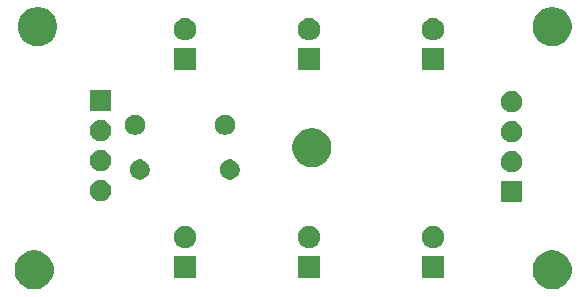
<source format=gbr>
G04 #@! TF.GenerationSoftware,KiCad,Pcbnew,(5.1.5-0-10_14)*
G04 #@! TF.CreationDate,2020-06-22T06:00:13+10:00*
G04 #@! TF.ProjectId,LED_Downlight,4c45445f-446f-4776-9e6c-696768742e6b,rev?*
G04 #@! TF.SameCoordinates,Original*
G04 #@! TF.FileFunction,Soldermask,Bot*
G04 #@! TF.FilePolarity,Negative*
%FSLAX46Y46*%
G04 Gerber Fmt 4.6, Leading zero omitted, Abs format (unit mm)*
G04 Created by KiCad (PCBNEW (5.1.5-0-10_14)) date 2020-06-22 06:00:13*
%MOMM*%
%LPD*%
G04 APERTURE LIST*
%ADD10C,0.100000*%
G04 APERTURE END LIST*
D10*
G36*
X214635256Y-68511298D02*
G01*
X214741579Y-68532447D01*
X215042042Y-68656903D01*
X215312451Y-68837585D01*
X215542415Y-69067549D01*
X215542416Y-69067551D01*
X215723098Y-69337960D01*
X215847553Y-69638422D01*
X215911000Y-69957389D01*
X215911000Y-70282611D01*
X215847553Y-70601578D01*
X215748382Y-70841000D01*
X215723097Y-70902042D01*
X215542415Y-71172451D01*
X215312451Y-71402415D01*
X215042042Y-71583097D01*
X214741579Y-71707553D01*
X214635256Y-71728702D01*
X214422611Y-71771000D01*
X214097389Y-71771000D01*
X213884744Y-71728702D01*
X213778421Y-71707553D01*
X213477958Y-71583097D01*
X213207549Y-71402415D01*
X212977585Y-71172451D01*
X212796903Y-70902042D01*
X212771619Y-70841000D01*
X212672447Y-70601578D01*
X212609000Y-70282611D01*
X212609000Y-69957389D01*
X212672447Y-69638422D01*
X212796902Y-69337960D01*
X212977584Y-69067551D01*
X212977585Y-69067549D01*
X213207549Y-68837585D01*
X213477958Y-68656903D01*
X213778421Y-68532447D01*
X213884744Y-68511298D01*
X214097389Y-68469000D01*
X214422611Y-68469000D01*
X214635256Y-68511298D01*
G37*
G36*
X170765256Y-68511298D02*
G01*
X170871579Y-68532447D01*
X171172042Y-68656903D01*
X171442451Y-68837585D01*
X171672415Y-69067549D01*
X171672416Y-69067551D01*
X171853098Y-69337960D01*
X171977553Y-69638422D01*
X172041000Y-69957389D01*
X172041000Y-70282611D01*
X171977553Y-70601578D01*
X171878382Y-70841000D01*
X171853097Y-70902042D01*
X171672415Y-71172451D01*
X171442451Y-71402415D01*
X171172042Y-71583097D01*
X170871579Y-71707553D01*
X170765256Y-71728702D01*
X170552611Y-71771000D01*
X170227389Y-71771000D01*
X170014744Y-71728702D01*
X169908421Y-71707553D01*
X169607958Y-71583097D01*
X169337549Y-71402415D01*
X169107585Y-71172451D01*
X168926903Y-70902042D01*
X168901619Y-70841000D01*
X168802447Y-70601578D01*
X168739000Y-70282611D01*
X168739000Y-69957389D01*
X168802447Y-69638422D01*
X168926902Y-69337960D01*
X169107584Y-69067551D01*
X169107585Y-69067549D01*
X169337549Y-68837585D01*
X169607958Y-68656903D01*
X169908421Y-68532447D01*
X170014744Y-68511298D01*
X170227389Y-68469000D01*
X170552611Y-68469000D01*
X170765256Y-68511298D01*
G37*
G36*
X184121000Y-70841000D02*
G01*
X182219000Y-70841000D01*
X182219000Y-68939000D01*
X184121000Y-68939000D01*
X184121000Y-70841000D01*
G37*
G36*
X205131000Y-70841000D02*
G01*
X203229000Y-70841000D01*
X203229000Y-68939000D01*
X205131000Y-68939000D01*
X205131000Y-70841000D01*
G37*
G36*
X194626000Y-70841000D02*
G01*
X192724000Y-70841000D01*
X192724000Y-68939000D01*
X194626000Y-68939000D01*
X194626000Y-70841000D01*
G37*
G36*
X204457395Y-66435546D02*
G01*
X204630466Y-66507234D01*
X204630467Y-66507235D01*
X204786227Y-66611310D01*
X204918690Y-66743773D01*
X204918691Y-66743775D01*
X205022766Y-66899534D01*
X205094454Y-67072605D01*
X205131000Y-67256333D01*
X205131000Y-67443667D01*
X205094454Y-67627395D01*
X205022766Y-67800466D01*
X205022765Y-67800467D01*
X204918690Y-67956227D01*
X204786227Y-68088690D01*
X204707818Y-68141081D01*
X204630466Y-68192766D01*
X204457395Y-68264454D01*
X204273667Y-68301000D01*
X204086333Y-68301000D01*
X203902605Y-68264454D01*
X203729534Y-68192766D01*
X203652182Y-68141081D01*
X203573773Y-68088690D01*
X203441310Y-67956227D01*
X203337235Y-67800467D01*
X203337234Y-67800466D01*
X203265546Y-67627395D01*
X203229000Y-67443667D01*
X203229000Y-67256333D01*
X203265546Y-67072605D01*
X203337234Y-66899534D01*
X203441309Y-66743775D01*
X203441310Y-66743773D01*
X203573773Y-66611310D01*
X203729533Y-66507235D01*
X203729534Y-66507234D01*
X203902605Y-66435546D01*
X204086333Y-66399000D01*
X204273667Y-66399000D01*
X204457395Y-66435546D01*
G37*
G36*
X183447395Y-66435546D02*
G01*
X183620466Y-66507234D01*
X183620467Y-66507235D01*
X183776227Y-66611310D01*
X183908690Y-66743773D01*
X183908691Y-66743775D01*
X184012766Y-66899534D01*
X184084454Y-67072605D01*
X184121000Y-67256333D01*
X184121000Y-67443667D01*
X184084454Y-67627395D01*
X184012766Y-67800466D01*
X184012765Y-67800467D01*
X183908690Y-67956227D01*
X183776227Y-68088690D01*
X183697818Y-68141081D01*
X183620466Y-68192766D01*
X183447395Y-68264454D01*
X183263667Y-68301000D01*
X183076333Y-68301000D01*
X182892605Y-68264454D01*
X182719534Y-68192766D01*
X182642182Y-68141081D01*
X182563773Y-68088690D01*
X182431310Y-67956227D01*
X182327235Y-67800467D01*
X182327234Y-67800466D01*
X182255546Y-67627395D01*
X182219000Y-67443667D01*
X182219000Y-67256333D01*
X182255546Y-67072605D01*
X182327234Y-66899534D01*
X182431309Y-66743775D01*
X182431310Y-66743773D01*
X182563773Y-66611310D01*
X182719533Y-66507235D01*
X182719534Y-66507234D01*
X182892605Y-66435546D01*
X183076333Y-66399000D01*
X183263667Y-66399000D01*
X183447395Y-66435546D01*
G37*
G36*
X193952395Y-66435546D02*
G01*
X194125466Y-66507234D01*
X194125467Y-66507235D01*
X194281227Y-66611310D01*
X194413690Y-66743773D01*
X194413691Y-66743775D01*
X194517766Y-66899534D01*
X194589454Y-67072605D01*
X194626000Y-67256333D01*
X194626000Y-67443667D01*
X194589454Y-67627395D01*
X194517766Y-67800466D01*
X194517765Y-67800467D01*
X194413690Y-67956227D01*
X194281227Y-68088690D01*
X194202818Y-68141081D01*
X194125466Y-68192766D01*
X193952395Y-68264454D01*
X193768667Y-68301000D01*
X193581333Y-68301000D01*
X193397605Y-68264454D01*
X193224534Y-68192766D01*
X193147182Y-68141081D01*
X193068773Y-68088690D01*
X192936310Y-67956227D01*
X192832235Y-67800467D01*
X192832234Y-67800466D01*
X192760546Y-67627395D01*
X192724000Y-67443667D01*
X192724000Y-67256333D01*
X192760546Y-67072605D01*
X192832234Y-66899534D01*
X192936309Y-66743775D01*
X192936310Y-66743773D01*
X193068773Y-66611310D01*
X193224533Y-66507235D01*
X193224534Y-66507234D01*
X193397605Y-66435546D01*
X193581333Y-66399000D01*
X193768667Y-66399000D01*
X193952395Y-66435546D01*
G37*
G36*
X211721000Y-64401000D02*
G01*
X209919000Y-64401000D01*
X209919000Y-62599000D01*
X211721000Y-62599000D01*
X211721000Y-64401000D01*
G37*
G36*
X176135512Y-62503927D02*
G01*
X176284812Y-62533624D01*
X176448784Y-62601544D01*
X176596354Y-62700147D01*
X176721853Y-62825646D01*
X176820456Y-62973216D01*
X176888376Y-63137188D01*
X176923000Y-63311259D01*
X176923000Y-63488741D01*
X176888376Y-63662812D01*
X176820456Y-63826784D01*
X176721853Y-63974354D01*
X176596354Y-64099853D01*
X176448784Y-64198456D01*
X176284812Y-64266376D01*
X176135512Y-64296073D01*
X176110742Y-64301000D01*
X175933258Y-64301000D01*
X175908488Y-64296073D01*
X175759188Y-64266376D01*
X175595216Y-64198456D01*
X175447646Y-64099853D01*
X175322147Y-63974354D01*
X175223544Y-63826784D01*
X175155624Y-63662812D01*
X175121000Y-63488741D01*
X175121000Y-63311259D01*
X175155624Y-63137188D01*
X175223544Y-62973216D01*
X175322147Y-62825646D01*
X175447646Y-62700147D01*
X175595216Y-62601544D01*
X175759188Y-62533624D01*
X175908488Y-62503927D01*
X175933258Y-62499000D01*
X176110742Y-62499000D01*
X176135512Y-62503927D01*
G37*
G36*
X179578228Y-60811703D02*
G01*
X179733100Y-60875853D01*
X179872481Y-60968985D01*
X179991015Y-61087519D01*
X180084147Y-61226900D01*
X180148297Y-61381772D01*
X180181000Y-61546184D01*
X180181000Y-61713816D01*
X180148297Y-61878228D01*
X180084147Y-62033100D01*
X179991015Y-62172481D01*
X179872481Y-62291015D01*
X179733100Y-62384147D01*
X179578228Y-62448297D01*
X179413816Y-62481000D01*
X179246184Y-62481000D01*
X179081772Y-62448297D01*
X178926900Y-62384147D01*
X178787519Y-62291015D01*
X178668985Y-62172481D01*
X178575853Y-62033100D01*
X178511703Y-61878228D01*
X178479000Y-61713816D01*
X178479000Y-61546184D01*
X178511703Y-61381772D01*
X178575853Y-61226900D01*
X178668985Y-61087519D01*
X178787519Y-60968985D01*
X178926900Y-60875853D01*
X179081772Y-60811703D01*
X179246184Y-60779000D01*
X179413816Y-60779000D01*
X179578228Y-60811703D01*
G37*
G36*
X187198228Y-60811703D02*
G01*
X187353100Y-60875853D01*
X187492481Y-60968985D01*
X187611015Y-61087519D01*
X187704147Y-61226900D01*
X187768297Y-61381772D01*
X187801000Y-61546184D01*
X187801000Y-61713816D01*
X187768297Y-61878228D01*
X187704147Y-62033100D01*
X187611015Y-62172481D01*
X187492481Y-62291015D01*
X187353100Y-62384147D01*
X187198228Y-62448297D01*
X187033816Y-62481000D01*
X186866184Y-62481000D01*
X186701772Y-62448297D01*
X186546900Y-62384147D01*
X186407519Y-62291015D01*
X186288985Y-62172481D01*
X186195853Y-62033100D01*
X186131703Y-61878228D01*
X186099000Y-61713816D01*
X186099000Y-61546184D01*
X186131703Y-61381772D01*
X186195853Y-61226900D01*
X186288985Y-61087519D01*
X186407519Y-60968985D01*
X186546900Y-60875853D01*
X186701772Y-60811703D01*
X186866184Y-60779000D01*
X187033816Y-60779000D01*
X187198228Y-60811703D01*
G37*
G36*
X210921531Y-60061544D02*
G01*
X211082812Y-60093624D01*
X211246784Y-60161544D01*
X211394354Y-60260147D01*
X211519853Y-60385646D01*
X211618456Y-60533216D01*
X211686376Y-60697188D01*
X211721000Y-60871259D01*
X211721000Y-61048741D01*
X211686376Y-61222812D01*
X211618456Y-61386784D01*
X211519853Y-61534354D01*
X211394354Y-61659853D01*
X211246784Y-61758456D01*
X211082812Y-61826376D01*
X210933512Y-61856073D01*
X210908742Y-61861000D01*
X210731258Y-61861000D01*
X210706488Y-61856073D01*
X210557188Y-61826376D01*
X210393216Y-61758456D01*
X210245646Y-61659853D01*
X210120147Y-61534354D01*
X210021544Y-61386784D01*
X209953624Y-61222812D01*
X209919000Y-61048741D01*
X209919000Y-60871259D01*
X209953624Y-60697188D01*
X210021544Y-60533216D01*
X210120147Y-60385646D01*
X210245646Y-60260147D01*
X210393216Y-60161544D01*
X210557188Y-60093624D01*
X210718469Y-60061544D01*
X210731258Y-60059000D01*
X210908742Y-60059000D01*
X210921531Y-60061544D01*
G37*
G36*
X176135512Y-59963927D02*
G01*
X176284812Y-59993624D01*
X176448784Y-60061544D01*
X176596354Y-60160147D01*
X176721853Y-60285646D01*
X176820456Y-60433216D01*
X176888376Y-60597188D01*
X176923000Y-60771259D01*
X176923000Y-60948741D01*
X176888376Y-61122812D01*
X176820456Y-61286784D01*
X176721853Y-61434354D01*
X176596354Y-61559853D01*
X176448784Y-61658456D01*
X176284812Y-61726376D01*
X176135512Y-61756073D01*
X176110742Y-61761000D01*
X175933258Y-61761000D01*
X175908488Y-61756073D01*
X175759188Y-61726376D01*
X175595216Y-61658456D01*
X175447646Y-61559853D01*
X175322147Y-61434354D01*
X175223544Y-61286784D01*
X175155624Y-61122812D01*
X175121000Y-60948741D01*
X175121000Y-60771259D01*
X175155624Y-60597188D01*
X175223544Y-60433216D01*
X175322147Y-60285646D01*
X175447646Y-60160147D01*
X175595216Y-60061544D01*
X175759188Y-59993624D01*
X175908488Y-59963927D01*
X175933258Y-59959000D01*
X176110742Y-59959000D01*
X176135512Y-59963927D01*
G37*
G36*
X194285256Y-58171298D02*
G01*
X194391579Y-58192447D01*
X194692042Y-58316903D01*
X194962451Y-58497585D01*
X195192415Y-58727549D01*
X195373097Y-58997958D01*
X195492564Y-59286376D01*
X195497553Y-59298422D01*
X195561000Y-59617389D01*
X195561000Y-59942611D01*
X195530961Y-60093624D01*
X195497553Y-60261579D01*
X195373097Y-60562042D01*
X195192415Y-60832451D01*
X194962451Y-61062415D01*
X194692042Y-61243097D01*
X194391579Y-61367553D01*
X194320100Y-61381771D01*
X194072611Y-61431000D01*
X193747389Y-61431000D01*
X193499900Y-61381771D01*
X193428421Y-61367553D01*
X193127958Y-61243097D01*
X192857549Y-61062415D01*
X192627585Y-60832451D01*
X192446903Y-60562042D01*
X192322447Y-60261579D01*
X192289039Y-60093624D01*
X192259000Y-59942611D01*
X192259000Y-59617389D01*
X192322447Y-59298422D01*
X192327437Y-59286376D01*
X192446903Y-58997958D01*
X192627585Y-58727549D01*
X192857549Y-58497585D01*
X193127958Y-58316903D01*
X193428421Y-58192447D01*
X193534744Y-58171298D01*
X193747389Y-58129000D01*
X194072611Y-58129000D01*
X194285256Y-58171298D01*
G37*
G36*
X210921531Y-57521544D02*
G01*
X211082812Y-57553624D01*
X211246784Y-57621544D01*
X211394354Y-57720147D01*
X211519853Y-57845646D01*
X211618456Y-57993216D01*
X211686376Y-58157188D01*
X211716073Y-58306488D01*
X211718145Y-58316903D01*
X211721000Y-58331259D01*
X211721000Y-58508741D01*
X211686376Y-58682812D01*
X211618456Y-58846784D01*
X211519853Y-58994354D01*
X211394354Y-59119853D01*
X211246784Y-59218456D01*
X211082812Y-59286376D01*
X210933512Y-59316073D01*
X210908742Y-59321000D01*
X210731258Y-59321000D01*
X210706488Y-59316073D01*
X210557188Y-59286376D01*
X210393216Y-59218456D01*
X210245646Y-59119853D01*
X210120147Y-58994354D01*
X210021544Y-58846784D01*
X209953624Y-58682812D01*
X209919000Y-58508741D01*
X209919000Y-58331259D01*
X209921856Y-58316903D01*
X209923927Y-58306488D01*
X209953624Y-58157188D01*
X210021544Y-57993216D01*
X210120147Y-57845646D01*
X210245646Y-57720147D01*
X210393216Y-57621544D01*
X210557188Y-57553624D01*
X210718469Y-57521544D01*
X210731258Y-57519000D01*
X210908742Y-57519000D01*
X210921531Y-57521544D01*
G37*
G36*
X176135512Y-57423927D02*
G01*
X176284812Y-57453624D01*
X176448784Y-57521544D01*
X176596354Y-57620147D01*
X176721853Y-57745646D01*
X176820456Y-57893216D01*
X176888376Y-58057188D01*
X176923000Y-58231259D01*
X176923000Y-58408741D01*
X176888376Y-58582812D01*
X176820456Y-58746784D01*
X176721853Y-58894354D01*
X176596354Y-59019853D01*
X176448784Y-59118456D01*
X176284812Y-59186376D01*
X176135512Y-59216073D01*
X176110742Y-59221000D01*
X175933258Y-59221000D01*
X175908488Y-59216073D01*
X175759188Y-59186376D01*
X175595216Y-59118456D01*
X175447646Y-59019853D01*
X175322147Y-58894354D01*
X175223544Y-58746784D01*
X175155624Y-58582812D01*
X175121000Y-58408741D01*
X175121000Y-58231259D01*
X175155624Y-58057188D01*
X175223544Y-57893216D01*
X175322147Y-57745646D01*
X175447646Y-57620147D01*
X175595216Y-57521544D01*
X175759188Y-57453624D01*
X175908488Y-57423927D01*
X175933258Y-57419000D01*
X176110742Y-57419000D01*
X176135512Y-57423927D01*
G37*
G36*
X179198228Y-57021703D02*
G01*
X179353100Y-57085853D01*
X179492481Y-57178985D01*
X179611015Y-57297519D01*
X179704147Y-57436900D01*
X179768297Y-57591772D01*
X179801000Y-57756184D01*
X179801000Y-57923816D01*
X179768297Y-58088228D01*
X179704147Y-58243100D01*
X179611015Y-58382481D01*
X179492481Y-58501015D01*
X179353100Y-58594147D01*
X179198228Y-58658297D01*
X179033816Y-58691000D01*
X178866184Y-58691000D01*
X178701772Y-58658297D01*
X178546900Y-58594147D01*
X178407519Y-58501015D01*
X178288985Y-58382481D01*
X178195853Y-58243100D01*
X178131703Y-58088228D01*
X178099000Y-57923816D01*
X178099000Y-57756184D01*
X178131703Y-57591772D01*
X178195853Y-57436900D01*
X178288985Y-57297519D01*
X178407519Y-57178985D01*
X178546900Y-57085853D01*
X178701772Y-57021703D01*
X178866184Y-56989000D01*
X179033816Y-56989000D01*
X179198228Y-57021703D01*
G37*
G36*
X186818228Y-57021703D02*
G01*
X186973100Y-57085853D01*
X187112481Y-57178985D01*
X187231015Y-57297519D01*
X187324147Y-57436900D01*
X187388297Y-57591772D01*
X187421000Y-57756184D01*
X187421000Y-57923816D01*
X187388297Y-58088228D01*
X187324147Y-58243100D01*
X187231015Y-58382481D01*
X187112481Y-58501015D01*
X186973100Y-58594147D01*
X186818228Y-58658297D01*
X186653816Y-58691000D01*
X186486184Y-58691000D01*
X186321772Y-58658297D01*
X186166900Y-58594147D01*
X186027519Y-58501015D01*
X185908985Y-58382481D01*
X185815853Y-58243100D01*
X185751703Y-58088228D01*
X185719000Y-57923816D01*
X185719000Y-57756184D01*
X185751703Y-57591772D01*
X185815853Y-57436900D01*
X185908985Y-57297519D01*
X186027519Y-57178985D01*
X186166900Y-57085853D01*
X186321772Y-57021703D01*
X186486184Y-56989000D01*
X186653816Y-56989000D01*
X186818228Y-57021703D01*
G37*
G36*
X210933512Y-54983927D02*
G01*
X211082812Y-55013624D01*
X211246784Y-55081544D01*
X211394354Y-55180147D01*
X211519853Y-55305646D01*
X211618456Y-55453216D01*
X211686376Y-55617188D01*
X211721000Y-55791259D01*
X211721000Y-55968741D01*
X211686376Y-56142812D01*
X211618456Y-56306784D01*
X211519853Y-56454354D01*
X211394354Y-56579853D01*
X211246784Y-56678456D01*
X211082812Y-56746376D01*
X210933512Y-56776073D01*
X210908742Y-56781000D01*
X210731258Y-56781000D01*
X210706488Y-56776073D01*
X210557188Y-56746376D01*
X210393216Y-56678456D01*
X210245646Y-56579853D01*
X210120147Y-56454354D01*
X210021544Y-56306784D01*
X209953624Y-56142812D01*
X209919000Y-55968741D01*
X209919000Y-55791259D01*
X209953624Y-55617188D01*
X210021544Y-55453216D01*
X210120147Y-55305646D01*
X210245646Y-55180147D01*
X210393216Y-55081544D01*
X210557188Y-55013624D01*
X210706488Y-54983927D01*
X210731258Y-54979000D01*
X210908742Y-54979000D01*
X210933512Y-54983927D01*
G37*
G36*
X176923000Y-56681000D02*
G01*
X175121000Y-56681000D01*
X175121000Y-54879000D01*
X176923000Y-54879000D01*
X176923000Y-56681000D01*
G37*
G36*
X184121000Y-53241000D02*
G01*
X182219000Y-53241000D01*
X182219000Y-51339000D01*
X184121000Y-51339000D01*
X184121000Y-53241000D01*
G37*
G36*
X194626000Y-53241000D02*
G01*
X192724000Y-53241000D01*
X192724000Y-51339000D01*
X194626000Y-51339000D01*
X194626000Y-53241000D01*
G37*
G36*
X205131000Y-53241000D02*
G01*
X203229000Y-53241000D01*
X203229000Y-51339000D01*
X205131000Y-51339000D01*
X205131000Y-53241000D01*
G37*
G36*
X171065256Y-47921298D02*
G01*
X171171579Y-47942447D01*
X171472042Y-48066903D01*
X171742451Y-48247585D01*
X171972415Y-48477549D01*
X172153097Y-48747958D01*
X172262181Y-49011309D01*
X172277553Y-49048422D01*
X172327503Y-49299534D01*
X172341000Y-49367391D01*
X172341000Y-49692609D01*
X172277553Y-50011579D01*
X172153097Y-50312042D01*
X171972415Y-50582451D01*
X171742451Y-50812415D01*
X171472042Y-50993097D01*
X171171579Y-51117553D01*
X171065256Y-51138702D01*
X170852611Y-51181000D01*
X170527389Y-51181000D01*
X170314744Y-51138702D01*
X170208421Y-51117553D01*
X169907958Y-50993097D01*
X169637549Y-50812415D01*
X169407585Y-50582451D01*
X169226903Y-50312042D01*
X169102447Y-50011579D01*
X169039000Y-49692609D01*
X169039000Y-49367391D01*
X169052498Y-49299534D01*
X169102447Y-49048422D01*
X169117820Y-49011309D01*
X169226903Y-48747958D01*
X169407585Y-48477549D01*
X169637549Y-48247585D01*
X169907958Y-48066903D01*
X170208421Y-47942447D01*
X170314744Y-47921298D01*
X170527389Y-47879000D01*
X170852611Y-47879000D01*
X171065256Y-47921298D01*
G37*
G36*
X214635256Y-47921298D02*
G01*
X214741579Y-47942447D01*
X215042042Y-48066903D01*
X215312451Y-48247585D01*
X215542415Y-48477549D01*
X215723097Y-48747958D01*
X215832181Y-49011309D01*
X215847553Y-49048422D01*
X215897503Y-49299534D01*
X215911000Y-49367391D01*
X215911000Y-49692609D01*
X215847553Y-50011579D01*
X215723097Y-50312042D01*
X215542415Y-50582451D01*
X215312451Y-50812415D01*
X215042042Y-50993097D01*
X214741579Y-51117553D01*
X214635256Y-51138702D01*
X214422611Y-51181000D01*
X214097389Y-51181000D01*
X213884744Y-51138702D01*
X213778421Y-51117553D01*
X213477958Y-50993097D01*
X213207549Y-50812415D01*
X212977585Y-50582451D01*
X212796903Y-50312042D01*
X212672447Y-50011579D01*
X212609000Y-49692609D01*
X212609000Y-49367391D01*
X212622498Y-49299534D01*
X212672447Y-49048422D01*
X212687820Y-49011309D01*
X212796903Y-48747958D01*
X212977585Y-48477549D01*
X213207549Y-48247585D01*
X213477958Y-48066903D01*
X213778421Y-47942447D01*
X213884744Y-47921298D01*
X214097389Y-47879000D01*
X214422611Y-47879000D01*
X214635256Y-47921298D01*
G37*
G36*
X193952395Y-48835546D02*
G01*
X194125466Y-48907234D01*
X194125467Y-48907235D01*
X194281227Y-49011310D01*
X194413690Y-49143773D01*
X194413691Y-49143775D01*
X194517766Y-49299534D01*
X194589454Y-49472605D01*
X194626000Y-49656333D01*
X194626000Y-49843667D01*
X194589454Y-50027395D01*
X194517766Y-50200466D01*
X194517765Y-50200467D01*
X194413690Y-50356227D01*
X194281227Y-50488690D01*
X194202818Y-50541081D01*
X194125466Y-50592766D01*
X193952395Y-50664454D01*
X193768667Y-50701000D01*
X193581333Y-50701000D01*
X193397605Y-50664454D01*
X193224534Y-50592766D01*
X193147182Y-50541081D01*
X193068773Y-50488690D01*
X192936310Y-50356227D01*
X192832235Y-50200467D01*
X192832234Y-50200466D01*
X192760546Y-50027395D01*
X192724000Y-49843667D01*
X192724000Y-49656333D01*
X192760546Y-49472605D01*
X192832234Y-49299534D01*
X192936309Y-49143775D01*
X192936310Y-49143773D01*
X193068773Y-49011310D01*
X193224533Y-48907235D01*
X193224534Y-48907234D01*
X193397605Y-48835546D01*
X193581333Y-48799000D01*
X193768667Y-48799000D01*
X193952395Y-48835546D01*
G37*
G36*
X204457395Y-48835546D02*
G01*
X204630466Y-48907234D01*
X204630467Y-48907235D01*
X204786227Y-49011310D01*
X204918690Y-49143773D01*
X204918691Y-49143775D01*
X205022766Y-49299534D01*
X205094454Y-49472605D01*
X205131000Y-49656333D01*
X205131000Y-49843667D01*
X205094454Y-50027395D01*
X205022766Y-50200466D01*
X205022765Y-50200467D01*
X204918690Y-50356227D01*
X204786227Y-50488690D01*
X204707818Y-50541081D01*
X204630466Y-50592766D01*
X204457395Y-50664454D01*
X204273667Y-50701000D01*
X204086333Y-50701000D01*
X203902605Y-50664454D01*
X203729534Y-50592766D01*
X203652182Y-50541081D01*
X203573773Y-50488690D01*
X203441310Y-50356227D01*
X203337235Y-50200467D01*
X203337234Y-50200466D01*
X203265546Y-50027395D01*
X203229000Y-49843667D01*
X203229000Y-49656333D01*
X203265546Y-49472605D01*
X203337234Y-49299534D01*
X203441309Y-49143775D01*
X203441310Y-49143773D01*
X203573773Y-49011310D01*
X203729533Y-48907235D01*
X203729534Y-48907234D01*
X203902605Y-48835546D01*
X204086333Y-48799000D01*
X204273667Y-48799000D01*
X204457395Y-48835546D01*
G37*
G36*
X183447395Y-48835546D02*
G01*
X183620466Y-48907234D01*
X183620467Y-48907235D01*
X183776227Y-49011310D01*
X183908690Y-49143773D01*
X183908691Y-49143775D01*
X184012766Y-49299534D01*
X184084454Y-49472605D01*
X184121000Y-49656333D01*
X184121000Y-49843667D01*
X184084454Y-50027395D01*
X184012766Y-50200466D01*
X184012765Y-50200467D01*
X183908690Y-50356227D01*
X183776227Y-50488690D01*
X183697818Y-50541081D01*
X183620466Y-50592766D01*
X183447395Y-50664454D01*
X183263667Y-50701000D01*
X183076333Y-50701000D01*
X182892605Y-50664454D01*
X182719534Y-50592766D01*
X182642182Y-50541081D01*
X182563773Y-50488690D01*
X182431310Y-50356227D01*
X182327235Y-50200467D01*
X182327234Y-50200466D01*
X182255546Y-50027395D01*
X182219000Y-49843667D01*
X182219000Y-49656333D01*
X182255546Y-49472605D01*
X182327234Y-49299534D01*
X182431309Y-49143775D01*
X182431310Y-49143773D01*
X182563773Y-49011310D01*
X182719533Y-48907235D01*
X182719534Y-48907234D01*
X182892605Y-48835546D01*
X183076333Y-48799000D01*
X183263667Y-48799000D01*
X183447395Y-48835546D01*
G37*
M02*

</source>
